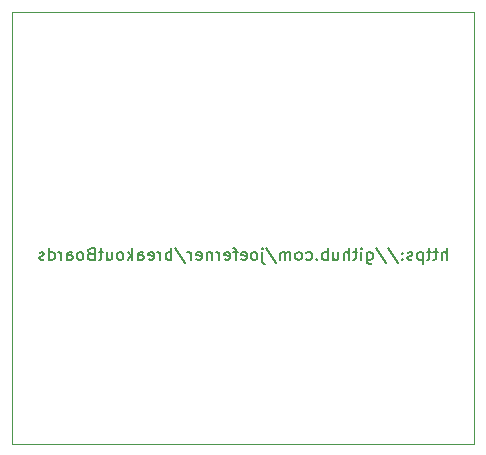
<source format=gbo>
G04 (created by PCBNEW (2013-mar-13)-testing) date Sun 09 Jun 2013 10:04:26 PM EDT*
%MOIN*%
G04 Gerber Fmt 3.4, Leading zero omitted, Abs format*
%FSLAX34Y34*%
G01*
G70*
G90*
G04 APERTURE LIST*
%ADD10C,0.005906*%
%ADD11C,0.007874*%
%ADD12C,0.003937*%
G04 APERTURE END LIST*
G54D10*
G54D11*
X96286Y-56078D02*
X96286Y-55684D01*
X96117Y-56078D02*
X96117Y-55871D01*
X96136Y-55834D01*
X96174Y-55815D01*
X96230Y-55815D01*
X96267Y-55834D01*
X96286Y-55853D01*
X95986Y-55815D02*
X95836Y-55815D01*
X95930Y-55684D02*
X95930Y-56021D01*
X95911Y-56059D01*
X95874Y-56078D01*
X95836Y-56078D01*
X95761Y-55815D02*
X95611Y-55815D01*
X95705Y-55684D02*
X95705Y-56021D01*
X95686Y-56059D01*
X95649Y-56078D01*
X95611Y-56078D01*
X95480Y-55815D02*
X95480Y-56209D01*
X95480Y-55834D02*
X95443Y-55815D01*
X95368Y-55815D01*
X95330Y-55834D01*
X95311Y-55853D01*
X95293Y-55890D01*
X95293Y-56003D01*
X95311Y-56040D01*
X95330Y-56059D01*
X95368Y-56078D01*
X95443Y-56078D01*
X95480Y-56059D01*
X95143Y-56059D02*
X95105Y-56078D01*
X95030Y-56078D01*
X94993Y-56059D01*
X94974Y-56021D01*
X94974Y-56003D01*
X94993Y-55965D01*
X95030Y-55946D01*
X95086Y-55946D01*
X95124Y-55928D01*
X95143Y-55890D01*
X95143Y-55871D01*
X95124Y-55834D01*
X95086Y-55815D01*
X95030Y-55815D01*
X94993Y-55834D01*
X94805Y-56040D02*
X94786Y-56059D01*
X94805Y-56078D01*
X94824Y-56059D01*
X94805Y-56040D01*
X94805Y-56078D01*
X94805Y-55834D02*
X94786Y-55853D01*
X94805Y-55871D01*
X94824Y-55853D01*
X94805Y-55834D01*
X94805Y-55871D01*
X94336Y-55665D02*
X94674Y-56171D01*
X93924Y-55665D02*
X94261Y-56171D01*
X93624Y-55815D02*
X93624Y-56134D01*
X93643Y-56171D01*
X93661Y-56190D01*
X93699Y-56209D01*
X93755Y-56209D01*
X93793Y-56190D01*
X93624Y-56059D02*
X93661Y-56078D01*
X93736Y-56078D01*
X93774Y-56059D01*
X93793Y-56040D01*
X93811Y-56003D01*
X93811Y-55890D01*
X93793Y-55853D01*
X93774Y-55834D01*
X93736Y-55815D01*
X93661Y-55815D01*
X93624Y-55834D01*
X93437Y-56078D02*
X93437Y-55815D01*
X93437Y-55684D02*
X93455Y-55703D01*
X93437Y-55721D01*
X93418Y-55703D01*
X93437Y-55684D01*
X93437Y-55721D01*
X93305Y-55815D02*
X93155Y-55815D01*
X93249Y-55684D02*
X93249Y-56021D01*
X93230Y-56059D01*
X93193Y-56078D01*
X93155Y-56078D01*
X93024Y-56078D02*
X93024Y-55684D01*
X92855Y-56078D02*
X92855Y-55871D01*
X92874Y-55834D01*
X92912Y-55815D01*
X92968Y-55815D01*
X93005Y-55834D01*
X93024Y-55853D01*
X92499Y-55815D02*
X92499Y-56078D01*
X92668Y-55815D02*
X92668Y-56021D01*
X92649Y-56059D01*
X92612Y-56078D01*
X92555Y-56078D01*
X92518Y-56059D01*
X92499Y-56040D01*
X92312Y-56078D02*
X92312Y-55684D01*
X92312Y-55834D02*
X92274Y-55815D01*
X92199Y-55815D01*
X92162Y-55834D01*
X92143Y-55853D01*
X92124Y-55890D01*
X92124Y-56003D01*
X92143Y-56040D01*
X92162Y-56059D01*
X92199Y-56078D01*
X92274Y-56078D01*
X92312Y-56059D01*
X91955Y-56040D02*
X91937Y-56059D01*
X91955Y-56078D01*
X91974Y-56059D01*
X91955Y-56040D01*
X91955Y-56078D01*
X91599Y-56059D02*
X91637Y-56078D01*
X91712Y-56078D01*
X91749Y-56059D01*
X91768Y-56040D01*
X91787Y-56003D01*
X91787Y-55890D01*
X91768Y-55853D01*
X91749Y-55834D01*
X91712Y-55815D01*
X91637Y-55815D01*
X91599Y-55834D01*
X91374Y-56078D02*
X91412Y-56059D01*
X91431Y-56040D01*
X91449Y-56003D01*
X91449Y-55890D01*
X91431Y-55853D01*
X91412Y-55834D01*
X91374Y-55815D01*
X91318Y-55815D01*
X91281Y-55834D01*
X91262Y-55853D01*
X91243Y-55890D01*
X91243Y-56003D01*
X91262Y-56040D01*
X91281Y-56059D01*
X91318Y-56078D01*
X91374Y-56078D01*
X91074Y-56078D02*
X91074Y-55815D01*
X91074Y-55853D02*
X91056Y-55834D01*
X91018Y-55815D01*
X90962Y-55815D01*
X90924Y-55834D01*
X90906Y-55871D01*
X90906Y-56078D01*
X90906Y-55871D02*
X90887Y-55834D01*
X90849Y-55815D01*
X90793Y-55815D01*
X90756Y-55834D01*
X90737Y-55871D01*
X90737Y-56078D01*
X90268Y-55665D02*
X90606Y-56171D01*
X90137Y-55815D02*
X90137Y-56153D01*
X90156Y-56190D01*
X90193Y-56209D01*
X90212Y-56209D01*
X90137Y-55684D02*
X90156Y-55703D01*
X90137Y-55721D01*
X90118Y-55703D01*
X90137Y-55684D01*
X90137Y-55721D01*
X89893Y-56078D02*
X89931Y-56059D01*
X89949Y-56040D01*
X89968Y-56003D01*
X89968Y-55890D01*
X89949Y-55853D01*
X89931Y-55834D01*
X89893Y-55815D01*
X89837Y-55815D01*
X89799Y-55834D01*
X89781Y-55853D01*
X89762Y-55890D01*
X89762Y-56003D01*
X89781Y-56040D01*
X89799Y-56059D01*
X89837Y-56078D01*
X89893Y-56078D01*
X89443Y-56059D02*
X89481Y-56078D01*
X89556Y-56078D01*
X89593Y-56059D01*
X89612Y-56021D01*
X89612Y-55871D01*
X89593Y-55834D01*
X89556Y-55815D01*
X89481Y-55815D01*
X89443Y-55834D01*
X89425Y-55871D01*
X89425Y-55909D01*
X89612Y-55946D01*
X89312Y-55815D02*
X89162Y-55815D01*
X89256Y-56078D02*
X89256Y-55740D01*
X89237Y-55703D01*
X89200Y-55684D01*
X89162Y-55684D01*
X88881Y-56059D02*
X88918Y-56078D01*
X88993Y-56078D01*
X89031Y-56059D01*
X89050Y-56021D01*
X89050Y-55871D01*
X89031Y-55834D01*
X88993Y-55815D01*
X88918Y-55815D01*
X88881Y-55834D01*
X88862Y-55871D01*
X88862Y-55909D01*
X89050Y-55946D01*
X88693Y-56078D02*
X88693Y-55815D01*
X88693Y-55890D02*
X88675Y-55853D01*
X88656Y-55834D01*
X88618Y-55815D01*
X88581Y-55815D01*
X88450Y-55815D02*
X88450Y-56078D01*
X88450Y-55853D02*
X88431Y-55834D01*
X88393Y-55815D01*
X88337Y-55815D01*
X88300Y-55834D01*
X88281Y-55871D01*
X88281Y-56078D01*
X87943Y-56059D02*
X87981Y-56078D01*
X88056Y-56078D01*
X88093Y-56059D01*
X88112Y-56021D01*
X88112Y-55871D01*
X88093Y-55834D01*
X88056Y-55815D01*
X87981Y-55815D01*
X87943Y-55834D01*
X87925Y-55871D01*
X87925Y-55909D01*
X88112Y-55946D01*
X87756Y-56078D02*
X87756Y-55815D01*
X87756Y-55890D02*
X87737Y-55853D01*
X87718Y-55834D01*
X87681Y-55815D01*
X87643Y-55815D01*
X87231Y-55665D02*
X87568Y-56171D01*
X87100Y-56078D02*
X87100Y-55684D01*
X87100Y-55834D02*
X87062Y-55815D01*
X86987Y-55815D01*
X86950Y-55834D01*
X86931Y-55853D01*
X86912Y-55890D01*
X86912Y-56003D01*
X86931Y-56040D01*
X86950Y-56059D01*
X86987Y-56078D01*
X87062Y-56078D01*
X87100Y-56059D01*
X86744Y-56078D02*
X86744Y-55815D01*
X86744Y-55890D02*
X86725Y-55853D01*
X86706Y-55834D01*
X86669Y-55815D01*
X86631Y-55815D01*
X86350Y-56059D02*
X86387Y-56078D01*
X86462Y-56078D01*
X86500Y-56059D01*
X86519Y-56021D01*
X86519Y-55871D01*
X86500Y-55834D01*
X86462Y-55815D01*
X86387Y-55815D01*
X86350Y-55834D01*
X86331Y-55871D01*
X86331Y-55909D01*
X86519Y-55946D01*
X85994Y-56078D02*
X85994Y-55871D01*
X86012Y-55834D01*
X86050Y-55815D01*
X86125Y-55815D01*
X86162Y-55834D01*
X85994Y-56059D02*
X86031Y-56078D01*
X86125Y-56078D01*
X86162Y-56059D01*
X86181Y-56021D01*
X86181Y-55984D01*
X86162Y-55946D01*
X86125Y-55928D01*
X86031Y-55928D01*
X85994Y-55909D01*
X85806Y-56078D02*
X85806Y-55684D01*
X85769Y-55928D02*
X85656Y-56078D01*
X85656Y-55815D02*
X85806Y-55965D01*
X85431Y-56078D02*
X85469Y-56059D01*
X85488Y-56040D01*
X85506Y-56003D01*
X85506Y-55890D01*
X85488Y-55853D01*
X85469Y-55834D01*
X85431Y-55815D01*
X85375Y-55815D01*
X85338Y-55834D01*
X85319Y-55853D01*
X85300Y-55890D01*
X85300Y-56003D01*
X85319Y-56040D01*
X85338Y-56059D01*
X85375Y-56078D01*
X85431Y-56078D01*
X84963Y-55815D02*
X84963Y-56078D01*
X85131Y-55815D02*
X85131Y-56021D01*
X85113Y-56059D01*
X85075Y-56078D01*
X85019Y-56078D01*
X84981Y-56059D01*
X84963Y-56040D01*
X84831Y-55815D02*
X84681Y-55815D01*
X84775Y-55684D02*
X84775Y-56021D01*
X84756Y-56059D01*
X84719Y-56078D01*
X84681Y-56078D01*
X84419Y-55871D02*
X84363Y-55890D01*
X84344Y-55909D01*
X84325Y-55946D01*
X84325Y-56003D01*
X84344Y-56040D01*
X84363Y-56059D01*
X84400Y-56078D01*
X84550Y-56078D01*
X84550Y-55684D01*
X84419Y-55684D01*
X84381Y-55703D01*
X84363Y-55721D01*
X84344Y-55759D01*
X84344Y-55796D01*
X84363Y-55834D01*
X84381Y-55853D01*
X84419Y-55871D01*
X84550Y-55871D01*
X84100Y-56078D02*
X84138Y-56059D01*
X84156Y-56040D01*
X84175Y-56003D01*
X84175Y-55890D01*
X84156Y-55853D01*
X84138Y-55834D01*
X84100Y-55815D01*
X84044Y-55815D01*
X84006Y-55834D01*
X83988Y-55853D01*
X83969Y-55890D01*
X83969Y-56003D01*
X83988Y-56040D01*
X84006Y-56059D01*
X84044Y-56078D01*
X84100Y-56078D01*
X83631Y-56078D02*
X83631Y-55871D01*
X83650Y-55834D01*
X83688Y-55815D01*
X83763Y-55815D01*
X83800Y-55834D01*
X83631Y-56059D02*
X83669Y-56078D01*
X83763Y-56078D01*
X83800Y-56059D01*
X83819Y-56021D01*
X83819Y-55984D01*
X83800Y-55946D01*
X83763Y-55928D01*
X83669Y-55928D01*
X83631Y-55909D01*
X83444Y-56078D02*
X83444Y-55815D01*
X83444Y-55890D02*
X83425Y-55853D01*
X83407Y-55834D01*
X83369Y-55815D01*
X83332Y-55815D01*
X83032Y-56078D02*
X83032Y-55684D01*
X83032Y-56059D02*
X83069Y-56078D01*
X83144Y-56078D01*
X83182Y-56059D01*
X83200Y-56040D01*
X83219Y-56003D01*
X83219Y-55890D01*
X83200Y-55853D01*
X83182Y-55834D01*
X83144Y-55815D01*
X83069Y-55815D01*
X83032Y-55834D01*
X82863Y-56059D02*
X82825Y-56078D01*
X82750Y-56078D01*
X82713Y-56059D01*
X82694Y-56021D01*
X82694Y-56003D01*
X82713Y-55965D01*
X82750Y-55946D01*
X82807Y-55946D01*
X82844Y-55928D01*
X82863Y-55890D01*
X82863Y-55871D01*
X82844Y-55834D01*
X82807Y-55815D01*
X82750Y-55815D01*
X82713Y-55834D01*
G54D12*
X81800Y-62200D02*
X81800Y-47800D01*
X97200Y-62200D02*
X81800Y-62200D01*
X97200Y-47800D02*
X97200Y-62200D01*
X81800Y-47800D02*
X97200Y-47800D01*
M02*

</source>
